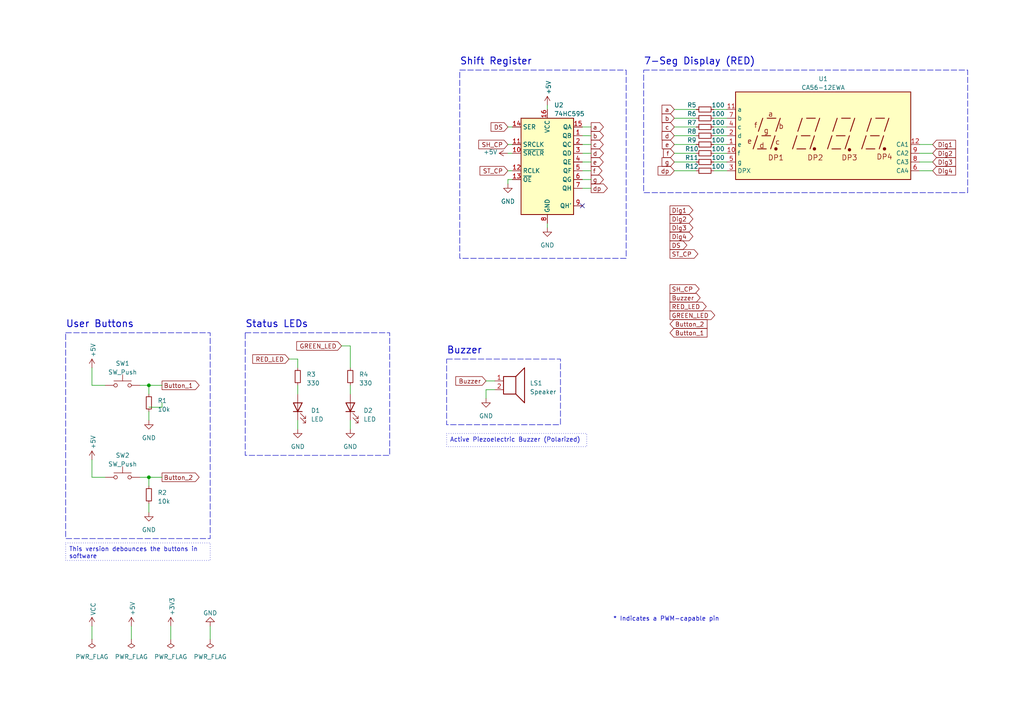
<source format=kicad_sch>
(kicad_sch (version 20230121) (generator eeschema)
  (paper "A4")
  (title_block (title "Kitchen Timer") (date "2023-03-22") (rev "1.0"))
  (lib_symbols
    (symbol "74xx:74HC595"
      (property "Reference" "U" (at -7.62 13.97 0))
      (property "Value" "74HC595" (at -7.62 -16.51 0))
      (symbol "74HC595_1_0"
        (pin tri_state line (at 10.16 7.62 180) (length 2.54) (name "QB") (number "1"))
        (pin input line (at -10.16 2.54 0) (length 2.54) (name "~{SRCLR}") (number "10"))
        (pin input line (at -10.16 5.08 0) (length 2.54) (name "SRCLK") (number "11"))
        (pin input line (at -10.16 -2.54 0) (length 2.54) (name "RCLK") (number "12"))
        (pin input line (at -10.16 -5.08 0) (length 2.54) (name "~{OE}") (number "13"))
        (pin input line (at -10.16 10.16 0) (length 2.54) (name "SER") (number "14"))
        (pin tri_state line (at 10.16 10.16 180) (length 2.54) (name "QA") (number "15"))
        (pin power_in line (at 0 15.24 270) (length 2.54) (name "VCC") (number "16"))
        (pin tri_state line (at 10.16 5.08 180) (length 2.54) (name "QC") (number "2"))
        (pin tri_state line (at 10.16 2.54 180) (length 2.54) (name "QD") (number "3"))
        (pin tri_state line (at 10.16 0 180) (length 2.54) (name "QE") (number "4"))
        (pin tri_state line (at 10.16 -2.54 180) (length 2.54) (name "QF") (number "5"))
        (pin tri_state line (at 10.16 -5.08 180) (length 2.54) (name "QG") (number "6"))
        (pin tri_state line (at 10.16 -7.62 180) (length 2.54) (name "QH") (number "7"))
        (pin power_in line (at 0 -17.78 90) (length 2.54) (name "GND") (number "8"))
        (pin output line (at 10.16 -12.7 180) (length 2.54) (name "QH'") (number "9"))
      )
      (symbol "74HC595_1_1"
        (rectangle (start -7.62 12.7) (end 7.62 -15.24) (stroke (width 0.254)) (fill (type background)))
      )
    )
    (symbol "Device:LED" (pin_numbers hide) (pin_names (offset 1.016) hide)
      (property "Reference" "D" (at 0 2.54 0))
      (property "Value" "LED" (at 0 -2.54 0))
      (symbol "LED_0_1"
        (polyline (pts (xy -1.27 -1.27) (xy -1.27 1.27)) (stroke (width 0.254)))
        (polyline (pts (xy -1.27 0) (xy 1.27 0)))
        (polyline (pts (xy 1.27 -1.27) (xy 1.27 1.27) (xy -1.27 0) (xy 1.27 -1.27)) (stroke (width 0.254)))
        (polyline (pts (xy -3.048 -0.762) (xy -4.572 -2.286) (xy -3.81 -2.286) (xy -4.572 -2.286) (xy -4.572 -1.524)))
        (polyline (pts (xy -1.778 -0.762) (xy -3.302 -2.286) (xy -2.54 -2.286) (xy -3.302 -2.286) (xy -3.302 -1.524)))
      )
      (symbol "LED_1_1"
        (pin passive line (at -3.81 0 0) (length 2.54) (name "K") (number "1"))
        (pin passive line (at 3.81 0 180) (length 2.54) (name "A") (number "2"))
      )
    )
    (symbol "Device:R_Small" (pin_numbers hide) (pin_names (offset 0.254) hide)
      (property "Reference" "R" (at 0.762 0.508 0))
      (property "Value" "R_Small" (at 0.762 -1.016 0))
      (symbol "R_Small_0_1"
        (rectangle (start -0.762 1.778) (end 0.762 -1.778) (stroke (width 0.2032)))
      )
      (symbol "R_Small_1_1"
        (pin passive line (at 0 2.54 270) (length 0.762) (name "~") (number "1"))
        (pin passive line (at 0 -2.54 90) (length 0.762) (name "~") (number "2"))
      )
    )
    (symbol "Device:Speaker" (pin_names (offset 0) hide)
      (property "Reference" "LS" (at 1.27 5.715 0))
      (property "Value" "Speaker" (at 1.27 3.81 0))
      (symbol "Speaker_0_0"
        (rectangle (start -2.54 1.27) (end 1.016 -3.81) (stroke (width 0.254)))
        (polyline (pts (xy 1.016 1.27) (xy 3.556 3.81) (xy 3.556 -6.35) (xy 1.016 -3.81)) (stroke (width 0.254)))
      )
      (symbol "Speaker_1_1"
        (pin input line (at -5.08 0 0) (length 2.54) (name "1") (number "1"))
        (pin input line (at -5.08 -2.54 0) (length 2.54) (name "2") (number "2"))
      )
    )
    (symbol "Display_Character:CA56-12EWA"
      (property "Reference" "U" (at -24.13 13.97 0))
      (property "Value" "CA56-12EWA" (at 19.05 13.97 0))
      (symbol "CA56-12EWA_0_0"
        (rectangle (start -25.4 12.7) (end 25.4 -12.7) (stroke (width 0.254)) (fill (type background)))
        (polyline (pts (xy -20.32 -3.81) (xy -19.05 0)) (stroke (width 0.254)))
        (polyline (pts (xy -19.05 -3.81) (xy -16.51 -3.81)) (stroke (width 0.254)))
        (polyline (pts (xy -18.796 1.27) (xy -17.526 5.08)) (stroke (width 0.254)))
        (polyline (pts (xy -17.78 0) (xy -15.24 0)) (stroke (width 0.254)))
        (polyline (pts (xy -16.256 5.08) (xy -13.716 5.08)) (stroke (width 0.254)))
        (polyline (pts (xy -15.24 -3.81) (xy -13.97 0)) (stroke (width 0.254)))
        (polyline (pts (xy -13.716 1.27) (xy -12.446 5.08)) (stroke (width 0.254)))
        (polyline (pts (xy -8.89 -3.81) (xy -7.62 0)) (stroke (width 0.254)))
        (polyline (pts (xy -7.62 -3.81) (xy -5.08 -3.81)) (stroke (width 0.254)))
        (polyline (pts (xy -7.366 1.27) (xy -6.096 5.08)) (stroke (width 0.254)))
        (polyline (pts (xy -6.35 0) (xy -3.81 0)) (stroke (width 0.254)))
        (polyline (pts (xy -4.826 5.08) (xy -2.286 5.08)) (stroke (width 0.254)))
        (polyline (pts (xy -3.81 -3.81) (xy -2.54 0)) (stroke (width 0.254)))
        (polyline (pts (xy -2.286 1.27) (xy -1.016 5.08)) (stroke (width 0.254)))
        (polyline (pts (xy 1.27 -3.81) (xy 2.54 0)) (stroke (width 0.254)))
        (polyline (pts (xy 2.54 -3.81) (xy 5.08 -3.81)) (stroke (width 0.254)))
        (polyline (pts (xy 2.794 1.27) (xy 4.064 5.08)) (stroke (width 0.254)))
        (polyline (pts (xy 3.81 0) (xy 6.35 0)) (stroke (width 0.254)))
        (polyline (pts (xy 5.334 5.08) (xy 7.874 5.08)) (stroke (width 0.254)))
        (polyline (pts (xy 6.35 -3.81) (xy 7.62 0)) (stroke (width 0.254)))
        (polyline (pts (xy 7.874 1.27) (xy 9.144 5.08)) (stroke (width 0.254)))
        (polyline (pts (xy 11.176 -3.81) (xy 12.446 0)) (stroke (width 0.254)))
        (polyline (pts (xy 12.446 -3.81) (xy 14.986 -3.81)) (stroke (width 0.254)))
        (polyline (pts (xy 12.7 1.27) (xy 13.97 5.08)) (stroke (width 0.254)))
        (polyline (pts (xy 13.716 0) (xy 16.256 0)) (stroke (width 0.254)))
        (polyline (pts (xy 15.24 5.08) (xy 17.78 5.08)) (stroke (width 0.254)))
        (polyline (pts (xy 16.256 -3.81) (xy 17.526 0)) (stroke (width 0.254)))
        (polyline (pts (xy 17.78 1.27) (xy 19.05 5.08)) (stroke (width 0.254)))
        (text "a" (at -15.24 6.35 0) (effects (font (size 1.524 1.524))))
        (text "b" (at -12.192 2.794 0) (effects (font (size 1.524 1.524))))
        (text "c" (at -13.208 -1.778 0) (effects (font (size 1.524 1.524))))
        (text "d" (at -17.78 -2.794 0) (effects (font (size 1.524 1.524))))
        (text "DP1" (at -13.716 -6.35 0) (effects (font (size 1.524 1.524))))
        (text "DP2" (at -2.286 -6.35 0) (effects (font (size 1.524 1.524))))
        (text "DP3" (at 7.62 -6.35 0) (effects (font (size 1.524 1.524))))
        (text "DP4" (at 17.78 -6.096 0) (effects (font (size 1.524 1.524))))
        (text "e" (at -21.336 -1.524 0) (effects (font (size 1.524 1.524))))
        (text "f" (at -19.558 3.048 0) (effects (font (size 1.524 1.524))))
        (text "g" (at -16.51 1.524 0) (effects (font (size 1.524 1.524))))
      )
      (symbol "CA56-12EWA_0_1"
        (circle (center -13.716 -3.81) (radius 0.3556) (stroke (width 0.254)) (fill (type outline)))
        (circle (center -2.54 -3.81) (radius 0.3556) (stroke (width 0.254)) (fill (type outline)))
      )
      (symbol "CA56-12EWA_1_0"
        (circle (center 7.62 -4.064) (radius 0.3556) (stroke (width 0.254)) (fill (type outline)))
        (circle (center 17.78 -3.81) (radius 0.3556) (stroke (width 0.254)) (fill (type outline)))
      )
      (symbol "CA56-12EWA_1_1"
        (pin input line (at -27.94 -2.54 0) (length 2.54) (name "e") (number "1"))
        (pin input line (at -27.94 -5.08 0) (length 2.54) (name "f") (number "10"))
        (pin input line (at -27.94 7.62 0) (length 2.54) (name "a") (number "11"))
        (pin input line (at 27.94 -2.54 180) (length 2.54) (name "CA1") (number "12"))
        (pin input line (at -27.94 0 0) (length 2.54) (name "d") (number "2"))
        (pin input line (at -27.94 -10.16 0) (length 2.54) (name "DPX") (number "3"))
        (pin input line (at -27.94 2.54 0) (length 2.54) (name "c") (number "4"))
        (pin input line (at -27.94 -7.62 0) (length 2.54) (name "g") (number "5"))
        (pin input line (at 27.94 -10.16 180) (length 2.54) (name "CA4") (number "6"))
        (pin input line (at -27.94 5.08 0) (length 2.54) (name "b") (number "7"))
        (pin input line (at 27.94 -7.62 180) (length 2.54) (name "CA3") (number "8"))
        (pin input line (at 27.94 -5.08 180) (length 2.54) (name "CA2") (number "9"))
      )
    )
    (symbol "GND_1" (power) (pin_names (offset 0))
      (property "Value" "GND_1" (at 0 -3.81 0))
      (symbol "GND_1_0_1"
        (polyline (pts (xy 0 0) (xy 0 -1.27) (xy 1.27 -1.27) (xy 0 -2.54) (xy -1.27 -1.27) (xy 0 -1.27)))
      )
      (symbol "GND_1_1_1"
        (pin power_in line (at 0 0 270) (length 0) hide (name "GND") (number "1"))
      )
    )
    (symbol "GND_2" (power) (pin_names (offset 0))
      (property "Value" "GND_2" (at 0 -3.81 0))
      (symbol "GND_2_0_1"
        (polyline (pts (xy 0 0) (xy 0 -1.27) (xy 1.27 -1.27) (xy 0 -2.54) (xy -1.27 -1.27) (xy 0 -1.27)))
      )
      (symbol "GND_2_1_1"
        (pin power_in line (at 0 0 270) (length 0) hide (name "GND") (number "1"))
      )
    )
    (symbol "GND_3" (power) (pin_names (offset 0))
      (property "Value" "GND_3" (at 0 -3.81 0))
      (symbol "GND_3_0_1"
        (polyline (pts (xy 0 0) (xy 0 -1.27) (xy 1.27 -1.27) (xy 0 -2.54) (xy -1.27 -1.27) (xy 0 -1.27)))
      )
      (symbol "GND_3_1_1"
        (pin power_in line (at 0 0 270) (length 0) hide (name "GND") (number "1"))
      )
    )
    (symbol "Switch:SW_Push" (pin_numbers hide) (pin_names (offset 1.016) hide)
      (property "Reference" "SW" (at 1.27 2.54 0))
      (property "Value" "SW_Push" (at 0 -1.524 0))
      (symbol "SW_Push_0_1"
        (circle (center -2.032 0) (radius 0.508))
        (polyline (pts (xy 0 1.27) (xy 0 3.048)))
        (polyline (pts (xy 2.54 1.27) (xy -2.54 1.27)))
        (circle (center 2.032 0) (radius 0.508))
        (pin passive line (at -5.08 0 0) (length 2.54) (name "1") (number "1"))
        (pin passive line (at 5.08 0 180) (length 2.54) (name "2") (number "2"))
      )
    )
    (symbol "power:+3V3" (power) (pin_names (offset 0))
      (property "Value" "+3V3" (at 0 3.556 0))
      (symbol "+3V3_0_1"
        (polyline (pts (xy -0.762 1.27) (xy 0 2.54)))
        (polyline (pts (xy 0 0) (xy 0 2.54)))
        (polyline (pts (xy 0 2.54) (xy 0.762 1.27)))
      )
      (symbol "+3V3_1_1"
        (pin power_in line (at 0 0 90) (length 0) hide (name "+3V3") (number "1"))
      )
    )
    (symbol "power:+5V" (power) (pin_names (offset 0))
      (property "Value" "+5V" (at 0 3.556 0))
      (symbol "+5V_0_1"
        (polyline (pts (xy -0.762 1.27) (xy 0 2.54)))
        (polyline (pts (xy 0 0) (xy 0 2.54)))
        (polyline (pts (xy 0 2.54) (xy 0.762 1.27)))
      )
      (symbol "+5V_1_1"
        (pin power_in line (at 0 0 90) (length 0) hide (name "+5V") (number "1"))
      )
    )
    (symbol "power:PWR_FLAG" (power) (pin_numbers hide) (pin_names (offset 0) hide)
      (property "Value" "PWR_FLAG" (at 0 3.81 0))
      (symbol "PWR_FLAG_0_0"
        (pin power_out line (at 0 0 90) (length 0) (name "pwr") (number "1"))
      )
      (symbol "PWR_FLAG_0_1"
        (polyline (pts (xy 0 0) (xy 0 1.27) (xy -1.016 1.905) (xy 0 2.54) (xy 1.016 1.905) (xy 0 1.27)))
      )
    )
    (symbol "power:VCC" (power) (pin_names (offset 0))
      (property "Value" "VCC" (at 0 3.81 0))
      (symbol "VCC_0_1"
        (polyline (pts (xy -0.762 1.27) (xy 0 2.54)))
        (polyline (pts (xy 0 0) (xy 0 2.54)))
        (polyline (pts (xy 0 2.54) (xy 0.762 1.27)))
      )
      (symbol "VCC_1_1"
        (pin power_in line (at 0 0 90) (length 0) hide (name "VCC") (number "1"))
      )
    )
  )
  (junction (at 43.18 138.43))
  (junction (at 43.18 111.76))
  (no_connect (at 168.91 59.69))
  (wire (pts (xy 26.67 181.61) (xy 26.67 185.42)))
  (wire (pts (xy 158.75 64.77) (xy 158.75 66.04)))
  (wire (pts (xy 43.18 138.43) (xy 43.18 140.97)))
  (wire (pts (xy 207.01 36.83) (xy 210.82 36.83)))
  (wire (pts (xy 60.96 181.61) (xy 60.96 185.42)))
  (wire (pts (xy 140.97 113.03) (xy 140.97 115.57)))
  (wire (pts (xy 168.91 36.83) (xy 171.45 36.83)))
  (wire (pts (xy 43.18 138.43) (xy 46.99 138.43)))
  (wire (pts (xy 30.48 111.76) (xy 26.67 111.76)))
  (wire (pts (xy 43.18 111.76) (xy 43.18 114.3)))
  (wire (pts (xy 86.36 111.76) (xy 86.36 114.3)))
  (wire (pts (xy 147.32 41.91) (xy 148.59 41.91)))
  (wire (pts (xy 38.1 181.61) (xy 38.1 185.42)))
  (wire (pts (xy 46.99 116.84) (xy 46.99 118.11)))
  (wire (pts (xy 195.58 36.83) (xy 201.93 36.83)))
  (wire (pts (xy 140.97 110.49) (xy 143.51 110.49)))
  (wire (pts (xy 266.7 44.45) (xy 270.51 44.45)))
  (wire (pts (xy 101.6 100.33) (xy 101.6 106.68)))
  (wire (pts (xy 49.53 181.61) (xy 49.53 185.42)))
  (wire (pts (xy 195.58 34.29) (xy 201.93 34.29)))
  (wire (pts (xy 148.59 52.07) (xy 147.32 52.07)))
  (wire (pts (xy 101.6 111.76) (xy 101.6 114.3)))
  (wire (pts (xy 195.58 41.91) (xy 201.93 41.91)))
  (wire (pts (xy 158.75 30.48) (xy 158.75 31.75)))
  (wire (pts (xy 99.06 100.33) (xy 101.6 100.33)))
  (wire (pts (xy 195.58 44.45) (xy 201.93 44.45)))
  (wire (pts (xy 147.32 36.83) (xy 148.59 36.83)))
  (wire (pts (xy 207.01 31.75) (xy 210.82 31.75)))
  (wire (pts (xy 43.18 111.76) (xy 46.99 111.76)))
  (wire (pts (xy 101.6 121.92) (xy 101.6 124.46)))
  (wire (pts (xy 168.91 49.53) (xy 171.45 49.53)))
  (wire (pts (xy 266.7 46.99) (xy 270.51 46.99)))
  (wire (pts (xy 147.32 44.45) (xy 148.59 44.45)))
  (wire (pts (xy 207.01 39.37) (xy 210.82 39.37)))
  (wire (pts (xy 40.64 111.76) (xy 43.18 111.76)))
  (wire (pts (xy 195.58 49.53) (xy 201.93 49.53)))
  (wire (pts (xy 143.51 113.03) (xy 140.97 113.03)))
  (wire (pts (xy 147.32 52.07) (xy 147.32 53.34)))
  (wire (pts (xy 207.01 46.99) (xy 210.82 46.99)))
  (wire (pts (xy 168.91 41.91) (xy 171.45 41.91)))
  (wire (pts (xy 207.01 34.29) (xy 210.82 34.29)))
  (wire (pts (xy 195.58 39.37) (xy 201.93 39.37)))
  (wire (pts (xy 207.01 44.45) (xy 210.82 44.45)))
  (wire (pts (xy 43.18 119.38) (xy 43.18 121.92)))
  (wire (pts (xy 168.91 44.45) (xy 171.45 44.45)))
  (wire (pts (xy 266.7 49.53) (xy 270.51 49.53)))
  (wire (pts (xy 168.91 46.99) (xy 171.45 46.99)))
  (wire (pts (xy 26.67 111.76) (xy 26.67 106.68)))
  (wire (pts (xy 168.91 39.37) (xy 171.45 39.37)))
  (wire (pts (xy 43.18 146.05) (xy 43.18 148.59)))
  (wire (pts (xy 195.58 31.75) (xy 201.93 31.75)))
  (wire (pts (xy 195.58 46.99) (xy 201.93 46.99)))
  (wire (pts (xy 86.36 104.14) (xy 86.36 106.68)))
  (wire (pts (xy 86.36 121.92) (xy 86.36 124.46)))
  (wire (pts (xy 26.67 138.43) (xy 26.67 133.35)))
  (wire (pts (xy 207.01 41.91) (xy 210.82 41.91)))
  (wire (pts (xy 168.91 54.61) (xy 171.45 54.61)))
  (wire (pts (xy 266.7 41.91) (xy 270.51 41.91)))
  (wire (pts (xy 30.48 138.43) (xy 26.67 138.43)))
  (wire (pts (xy 43.18 118.11) (xy 46.99 118.11)))
  (wire (pts (xy 147.32 49.53) (xy 148.59 49.53)))
  (wire (pts (xy 40.64 138.43) (xy 43.18 138.43)))
  (wire (pts (xy 83.82 104.14) (xy 86.36 104.14)))
  (wire (pts (xy 168.91 52.07) (xy 171.45 52.07)))
  (wire (pts (xy 207.01 49.53) (xy 210.82 49.53)))
  (rectangle (start 71.12 96.52) (end 113.03 132.08) (stroke (width 0) (type dash)))
  (rectangle (start 129.54 104.14) (end 162.56 123.19) (stroke (width 0) (type dash)))
  (rectangle (start 19.05 96.52) (end 60.96 156.21) (stroke (width 0) (type dash)))
  (rectangle (start 133.35 20.32) (end 181.61 74.93) (stroke (width 0) (type dash)))
  (rectangle (start 186.69 20.32) (end 280.67 55.88) (stroke (width 0) (type dash)))
  (text_box "Active Piezoelectric Buzzer (Polarized)" (at 129.54 125.73 0) (size 40.64 3.81) (stroke (width 0) (type dot)) (effects (font (size 1.27 1.27)) (justify left top)))
  (text_box "This version debounces the buttons in software" (at 19.05 157.48 0) (size 41.91 5.08) (stroke (width 0) (type dot)) (effects (font (size 1.27 1.27)) (justify left top)))
  (text "Shift Register" (at 133.35 19.05 0) (effects (font (size 2 2) (thickness 0.254) bold) (justify left bottom)))
  (text "Status LEDs" (at 71.12 95.25 0) (effects (font (size 2 2) (thickness 0.254) bold) (justify left bottom)))
  (text "User Buttons" (at 19.05 95.25 0) (effects (font (size 2 2) (thickness 0.254) bold) (justify left bottom)))
  (text "Buzzer" (at 129.54 102.87 0) (effects (font (size 2 2) (thickness 0.254) bold) (justify left bottom)))
  (text "* Indicates a PWM-capable pin" (at 177.8 180.34 0) (effects (font (size 1.27 1.27)) (justify left bottom)))
  (text "7-Seg Display (RED)" (at 186.69 19.05 0) (effects (font (size 2 2) (thickness 0.254) bold) (justify left bottom)))
  (global_label "e" (shape output) (at 171.45 46.99 0) (property "Intersheetrefs" "${INTERSHEET_REFS}" (effects hide)))
  (global_label "Button_1" (shape output) (at 46.99 111.76 0) (property "Intersheetrefs" "${INTERSHEET_REFS}" (effects hide)))
  (global_label "Button_1" (shape input) (at 194.31 96.52 0) (property "Intersheetrefs" "${INTERSHEET_REFS}" (effects hide)))
  (global_label "g" (shape output) (at 171.45 52.07 0) (property "Intersheetrefs" "${INTERSHEET_REFS}" (effects hide)))
  (global_label "dp" (shape output) (at 171.45 54.61 0) (property "Intersheetrefs" "${INTERSHEET_REFS}" (effects hide)))
  (global_label "ST_CP" (shape output) (at 194.31 73.66 0) (property "Intersheetrefs" "${INTERSHEET_REFS}" (effects hide)))
  (global_label "b" (shape input) (at 195.58 34.29 180) (property "Intersheetrefs" "${INTERSHEET_REFS}" (effects hide)))
  (global_label "f" (shape output) (at 171.45 49.53 0) (property "Intersheetrefs" "${INTERSHEET_REFS}" (effects hide)))
  (global_label "ST_CP" (shape input) (at 147.32 49.53 180) (property "Intersheetrefs" "${INTERSHEET_REFS}" (effects hide)))
  (global_label "d" (shape input) (at 195.58 39.37 180) (property "Intersheetrefs" "${INTERSHEET_REFS}" (effects hide)))
  (global_label "a" (shape input) (at 195.58 31.75 180) (property "Intersheetrefs" "${INTERSHEET_REFS}" (effects hide)))
  (global_label "c" (shape output) (at 171.45 41.91 0) (property "Intersheetrefs" "${INTERSHEET_REFS}" (effects hide)))
  (global_label "Dig1" (shape output) (at 194.31 60.96 0) (property "Intersheetrefs" "${INTERSHEET_REFS}" (effects hide)))
  (global_label "Buzzer" (shape output) (at 194.31 86.36 0) (property "Intersheetrefs" "${INTERSHEET_REFS}" (effects hide)))
  (global_label "g" (shape input) (at 195.58 46.99 180) (property "Intersheetrefs" "${INTERSHEET_REFS}" (effects hide)))
  (global_label "Button_2" (shape input) (at 194.31 93.98 0) (property "Intersheetrefs" "${INTERSHEET_REFS}" (effects hide)))
  (global_label "Dig1" (shape input) (at 270.51 41.91 0) (property "Intersheetrefs" "${INTERSHEET_REFS}" (effects hide)))
  (global_label "Dig4" (shape output) (at 194.31 68.58 0) (property "Intersheetrefs" "${INTERSHEET_REFS}" (effects hide)))
  (global_label "GREEN_LED" (shape input) (at 99.06 100.33 180) (property "Intersheetrefs" "${INTERSHEET_REFS}" (effects hide)))
  (global_label "a" (shape output) (at 171.45 36.83 0) (property "Intersheetrefs" "${INTERSHEET_REFS}" (effects hide)))
  (global_label "SH_CP" (shape output) (at 194.31 83.82 0) (property "Intersheetrefs" "${INTERSHEET_REFS}" (effects hide)))
  (global_label "Dig2" (shape input) (at 270.51 44.45 0) (property "Intersheetrefs" "${INTERSHEET_REFS}" (effects hide)))
  (global_label "Dig3" (shape output) (at 194.31 66.04 0) (property "Intersheetrefs" "${INTERSHEET_REFS}" (effects hide)))
  (global_label "DS" (shape input) (at 147.32 36.83 180) (property "Intersheetrefs" "${INTERSHEET_REFS}" (effects hide)))
  (global_label "SH_CP" (shape input) (at 147.32 41.91 180) (property "Intersheetrefs" "${INTERSHEET_REFS}" (effects hide)))
  (global_label "Button_2" (shape output) (at 46.99 138.43 0) (property "Intersheetrefs" "${INTERSHEET_REFS}" (effects hide)))
  (global_label "Dig4" (shape input) (at 270.51 49.53 0) (property "Intersheetrefs" "${INTERSHEET_REFS}" (effects hide)))
  (global_label "c" (shape input) (at 195.58 36.83 180) (property "Intersheetrefs" "${INTERSHEET_REFS}" (effects hide)))
  (global_label "Dig2" (shape output) (at 194.31 63.5 0) (property "Intersheetrefs" "${INTERSHEET_REFS}" (effects hide)))
  (global_label "dp" (shape input) (at 195.58 49.53 180) (property "Intersheetrefs" "${INTERSHEET_REFS}" (effects hide)))
  (global_label "Dig3" (shape input) (at 270.51 46.99 0) (property "Intersheetrefs" "${INTERSHEET_REFS}" (effects hide)))
  (global_label "Buzzer" (shape input) (at 140.97 110.49 180) (property "Intersheetrefs" "${INTERSHEET_REFS}" (effects hide)))
  (global_label "RED_LED" (shape output) (at 194.31 88.9 0) (property "Intersheetrefs" "${INTERSHEET_REFS}" (effects hide)))
  (global_label "d" (shape output) (at 171.45 44.45 0) (property "Intersheetrefs" "${INTERSHEET_REFS}" (effects hide)))
  (global_label "e" (shape input) (at 195.58 41.91 180) (property "Intersheetrefs" "${INTERSHEET_REFS}" (effects hide)))
  (global_label "DS" (shape output) (at 194.31 71.12 0) (property "Intersheetrefs" "${INTERSHEET_REFS}" (effects hide)))
  (global_label "GREEN_LED" (shape output) (at 194.31 91.44 0) (property "Intersheetrefs" "${INTERSHEET_REFS}" (effects hide)))
  (global_label "f" (shape input) (at 195.58 44.45 180) (property "Intersheetrefs" "${INTERSHEET_REFS}" (effects hide)))
  (global_label "b" (shape output) (at 171.45 39.37 0) (property "Intersheetrefs" "${INTERSHEET_REFS}" (effects hide)))
  (global_label "RED_LED" (shape input) (at 83.82 104.14 180) (property "Intersheetrefs" "${INTERSHEET_REFS}" (effects hide)))
  (symbol (lib_id "power:+5V") (at 26.67 133.35 0) (unit 1)
    (property "Reference" "#PWR014" (effects hide))
    (property "Value" "+5V" (at 27.0256 130.302 90) (effects (justify left)))
  )
  (symbol (lib_id "74xx:74HC595") (at 158.75 46.99 0) (unit 1)
    (property "Reference" "U2" (at 160.7059 30.48 0) (effects (justify left)))
    (property "Value" "74HC595" (at 160.7059 33.02 0) (effects (justify left)))
    (property "Footprint" "Package_DIP:DIP-16_W7.62mm_Socket_LongPads" (effects hide))
    (property "Datasheet" "http://www.ti.com/lit/ds/symlink/sn74hc595.pdf" (effects hide))
  )
  (symbol (lib_id "power:PWR_FLAG") (at 26.67 185.42 180) (unit 1)
    (property "Reference" "#FLG01" (effects hide))
    (property "Value" "PWR_FLAG" (at 26.67 190.5 0))
  )
  (symbol (lib_id "Device:LED") (at 86.36 118.11 90) (unit 1)
    (property "Reference" "D1" (at 90.17 119.0625 90) (effects (justify right)))
    (property "Value" "LED" (at 90.17 121.6025 90) (effects (justify right)))
    (property "Footprint" "LED_THT:LED_D5.0mm" (effects hide))
  )
  (symbol (lib_id "power:PWR_FLAG") (at 38.1 185.42 180) (unit 1)
    (property "Reference" "#FLG02" (effects hide))
    (property "Value" "PWR_FLAG" (at 38.1 190.5 0))
  )
  (symbol (lib_id "Device:R_Small") (at 204.47 39.37 90) (unit 1)
    (property "Reference" "R8" (at 200.66 38.1 90))
    (property "Value" "100" (at 208.28 38.1 90))
    (property "Footprint" "Resistor_THT:R_Axial_DIN0207_L6.3mm_D2.5mm_P10.16mm_Horizontal" (effects hide))
  )
  (symbol (lib_id "power:+5V") (at 158.75 30.48 0) (unit 1)
    (property "Reference" "#PWR07" (effects hide))
    (property "Value" "+5V" (at 159.1056 27.432 90) (effects (justify left)))
  )
  (symbol (lib_id "Device:R_Small") (at 43.18 116.84 0) (unit 1)
    (property "Reference" "R1" (at 45.72 116.205 0) (effects (justify left)))
    (property "Value" "10k" (at 45.72 118.745 0) (effects (justify left)))
    (property "Footprint" "Resistor_THT:R_Axial_DIN0207_L6.3mm_D2.5mm_P10.16mm_Horizontal" (effects hide))
  )
  (symbol (lib_id "Device:R_Small") (at 43.18 143.51 0) (unit 1)
    (property "Reference" "R2" (at 45.72 142.875 0) (effects (justify left)))
    (property "Value" "10k" (at 45.72 145.415 0) (effects (justify left)))
    (property "Footprint" "Resistor_THT:R_Axial_DIN0207_L6.3mm_D2.5mm_P10.16mm_Horizontal" (effects hide))
  )
  (symbol (lib_id "power:+5V") (at 38.1 181.61 0) (unit 1)
    (property "Reference" "#PWR018" (effects hide))
    (property "Value" "+5V" (at 38.4556 178.562 90) (effects (justify left)))
  )
  (symbol (lib_id "Device:R_Small") (at 204.47 36.83 90) (unit 1)
    (property "Reference" "R7" (at 200.66 35.56 90))
    (property "Value" "100" (at 208.28 35.56 90))
    (property "Footprint" "Resistor_THT:R_Axial_DIN0207_L6.3mm_D2.5mm_P10.16mm_Horizontal" (effects hide))
  )
  (symbol (lib_id "Device:LED") (at 101.6 118.11 90) (unit 1)
    (property "Reference" "D2" (at 105.41 119.0625 90) (effects (justify right)))
    (property "Value" "LED" (at 105.41 121.6025 90) (effects (justify right)))
    (property "Footprint" "LED_THT:LED_D5.0mm" (effects hide))
  )
  (symbol (lib_id "power:VCC") (at 26.67 181.61 0) (unit 1)
    (property "Reference" "#PWR017" (effects hide))
    (property "Value" "VCC" (at 27.051 178.562 90) (effects (justify left)))
  )
  (symbol (lib_id "power:PWR_FLAG") (at 49.53 185.42 180) (unit 1)
    (property "Reference" "#FLG03" (effects hide))
    (property "Value" "PWR_FLAG" (at 49.53 190.5 0))
  )
  (symbol (lib_id "Device:R_Small") (at 204.47 44.45 90) (unit 1)
    (property "Reference" "R10" (at 200.66 43.18 90))
    (property "Value" "100" (at 208.28 43.18 90))
    (property "Footprint" "Resistor_THT:R_Axial_DIN0207_L6.3mm_D2.5mm_P10.16mm_Horizontal" (effects hide))
  )
  (symbol (lib_id "power:PWR_FLAG") (at 60.96 185.42 180) (unit 1)
    (property "Reference" "#FLG04" (effects hide))
    (property "Value" "PWR_FLAG" (at 60.96 190.5 0))
  )
  (symbol (lib_id "Device:R_Small") (at 86.36 109.22 0) (unit 1)
    (property "Reference" "R3" (at 88.9 108.585 0) (effects (justify left)))
    (property "Value" "330" (at 88.9 111.125 0) (effects (justify left)))
    (property "Footprint" "Resistor_THT:R_Axial_DIN0207_L6.3mm_D2.5mm_P10.16mm_Horizontal" (effects hide))
  )
  (symbol (lib_name "GND_1") (lib_id "power:GND") (at 43.18 148.59 0) (unit 1)
    (property "Reference" "#PWR015" (effects hide))
    (property "Value" "GND" (at 43.18 153.67 0))
  )
  (symbol (lib_name "GND_1") (lib_id "power:GND") (at 60.96 181.61 180) (unit 1)
    (property "Reference" "#PWR011" (effects hide))
    (property "Value" "GND" (at 60.96 177.8 0))
  )
  (symbol (lib_id "Switch:SW_Push") (at 35.56 111.76 0) (unit 1)
    (property "Reference" "SW1" (at 35.56 105.41 0))
    (property "Value" "SW_Push" (at 35.56 107.95 0))
    (property "Footprint" "Button_Switch_THT:SW_PUSH-12mm" (effects hide))
  )
  (symbol (lib_id "Device:R_Small") (at 204.47 31.75 90) (unit 1)
    (property "Reference" "R5" (at 200.66 30.48 90))
    (property "Value" "100" (at 208.28 30.48 90))
    (property "Footprint" "Resistor_THT:R_Axial_DIN0207_L6.3mm_D2.5mm_P10.16mm_Horizontal" (effects hide))
  )
  (symbol (lib_id "power:+5V") (at 147.32 44.45 90) (unit 1)
    (property "Reference" "#PWR09" (effects hide))
    (property "Value" "+5V" (at 144.272 44.0944 90) (effects (justify left)))
  )
  (symbol (lib_name "GND_1") (lib_id "power:GND") (at 147.32 53.34 0) (unit 1)
    (property "Reference" "#PWR08" (effects hide))
    (property "Value" "GND" (at 147.32 58.42 0))
  )
  (symbol (lib_id "Switch:SW_Push") (at 35.56 138.43 0) (unit 1)
    (property "Reference" "SW2" (at 35.56 132.08 0))
    (property "Value" "SW_Push" (at 35.56 134.62 0))
    (property "Footprint" "Button_Switch_THT:SW_PUSH-12mm" (effects hide))
  )
  (symbol (lib_id "Display_Character:CA56-12EWA") (at 238.76 39.37 0) (unit 1)
    (property "Reference" "U1" (at 238.76 22.86 0))
    (property "Value" "CA56-12EWA" (at 238.76 25.4 0))
    (property "Footprint" "Display_7Segment:CA56-12EWA" (effects hide))
    (property "Datasheet" "http://cdn.sparkfun.com/datasheets/Components/LED/1LEDREDCC.pdf" (effects hide))
  )
  (symbol (lib_name "GND_2") (lib_id "power:GND") (at 101.6 124.46 0) (unit 1)
    (property "Reference" "#PWR020" (effects hide))
    (property "Value" "GND" (at 101.6 129.54 0))
  )
  (symbol (lib_id "Device:R_Small") (at 204.47 46.99 90) (unit 1)
    (property "Reference" "R11" (at 200.66 45.72 90))
    (property "Value" "100" (at 208.28 45.72 90))
    (property "Footprint" "Resistor_THT:R_Axial_DIN0207_L6.3mm_D2.5mm_P10.16mm_Horizontal" (effects hide))
  )
  (symbol (lib_id "Device:R_Small") (at 101.6 109.22 0) (unit 1)
    (property "Reference" "R4" (at 104.14 108.585 0) (effects (justify left)))
    (property "Value" "330" (at 104.14 111.125 0) (effects (justify left)))
    (property "Footprint" "Resistor_THT:R_Axial_DIN0207_L6.3mm_D2.5mm_P10.16mm_Horizontal" (effects hide))
  )
  (symbol (lib_id "Device:R_Small") (at 204.47 34.29 90) (unit 1)
    (property "Reference" "R6" (at 200.66 33.02 90))
    (property "Value" "100" (at 208.28 33.02 90))
    (property "Footprint" "Resistor_THT:R_Axial_DIN0207_L6.3mm_D2.5mm_P10.16mm_Horizontal" (effects hide))
  )
  (symbol (lib_name "GND_1") (lib_id "power:GND") (at 140.97 115.57 0) (unit 1)
    (property "Reference" "#PWR016" (effects hide))
    (property "Value" "GND" (at 140.97 120.65 0))
  )
  (symbol (lib_name "GND_3") (lib_id "power:GND") (at 158.75 66.04 0) (unit 1)
    (property "Reference" "#PWR06" (effects hide))
    (property "Value" "GND" (at 158.75 71.12 0))
  )
  (symbol (lib_id "Device:R_Small") (at 204.47 41.91 90) (unit 1)
    (property "Reference" "R9" (at 200.66 40.64 90))
    (property "Value" "100" (at 208.28 40.64 90))
    (property "Footprint" "Resistor_THT:R_Axial_DIN0207_L6.3mm_D2.5mm_P10.16mm_Horizontal" (effects hide))
  )
  (symbol (lib_id "Device:Speaker") (at 148.59 110.49 0) (unit 1)
    (property "Reference" "LS1" (at 153.67 111.125 0) (effects (justify left)))
    (property "Value" "Speaker" (at 153.67 113.665 0) (effects (justify left)))
    (property "Footprint" "Buzzer_Beeper:Buzzer_12x9.5RM7.6" (effects hide))
    (property "Datasheet" "https://www.digikey.com/en/products/detail/cui-devices/CMI-1295IC-0585T/11674150?utm_adgroup=Alarms%2C%20Buzzers%2C%20and%20Sirens&utm_source=google&utm_medium=cpc&utm_campaign=Shopping_Product_Audio%20Products_NEW&utm_term=&utm_content=Alarms%2C%20Buzzers%2C%20and%20Sirens&gclid=CjwKCAjwzuqgBhAcEiwAdj5dRt8nz1IuytFLjx3uwWgVUeIhfTmZ3ysWix6dXCToN1KqcPwJXCrWqhoCtbEQAvD_BwE" (effects hide))
  )
  (symbol (lib_id "power:+5V") (at 26.67 106.68 0) (unit 1)
    (property "Reference" "#PWR013" (effects hide))
    (property "Value" "+5V" (at 27.0256 103.632 90) (effects (justify left)))
  )
  (symbol (lib_name "GND_1") (lib_id "power:GND") (at 86.36 124.46 0) (unit 1)
    (property "Reference" "#PWR010" (effects hide))
    (property "Value" "GND" (at 86.36 129.54 0))
  )
  (symbol (lib_id "power:+3V3") (at 49.53 181.61 0) (unit 1)
    (property "Reference" "#PWR019" (effects hide))
    (property "Value" "+3.3V" (at 49.911 178.562 90) (effects (justify left)))
  )
  (symbol (lib_id "Device:R_Small") (at 204.47 49.53 90) (unit 1)
    (property "Reference" "R12" (at 200.66 48.26 90))
    (property "Value" "100" (at 208.28 48.26 90))
    (property "Footprint" "Resistor_THT:R_Axial_DIN0207_L6.3mm_D2.5mm_P10.16mm_Horizontal" (effects hide))
  )
  (symbol (lib_name "GND_1") (lib_id "power:GND") (at 43.18 121.92 0) (unit 1)
    (property "Reference" "#PWR012" (effects hide))
    (property "Value" "GND" (at 43.18 127 0))
  )
)
</source>
